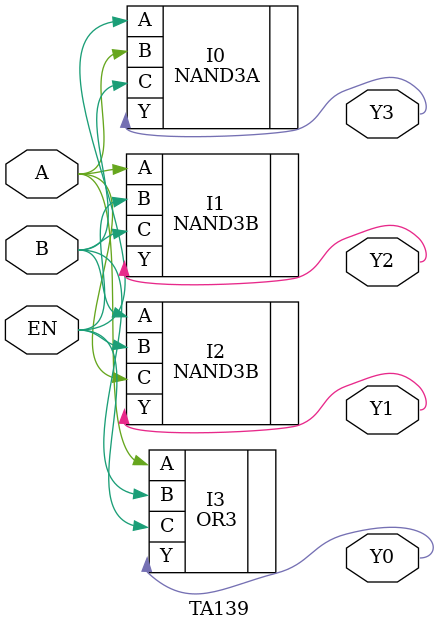
<source format=v>
`timescale 1 ns / 100 ps
module TA139( A, B, EN, Y0, Y1, Y2, Y3 );

input EN, B, A;
output Y0, Y1, Y2, Y3;










specify 
    specparam CDS_LIBNAME  = "3200DX";
    specparam CDS_CELLNAME = "TA139";
    specparam CDS_VIEWNAME = "schematic";
endspecify

OR3  I3( .A(A), .B(B), .C(EN), .Y(Y0));
NAND3B  I2( .A(B), .B(EN), .C(A), .Y(Y1));
NAND3B  I1( .A(A), .B(EN), .C(B), .Y(Y2));
NAND3A  I0( .A(EN), .B(A), .C(B), .Y(Y3));

endmodule

</source>
